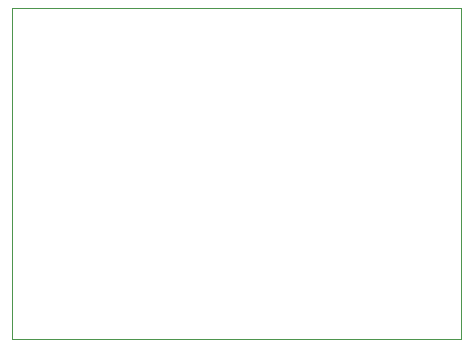
<source format=gbr>
%TF.GenerationSoftware,KiCad,Pcbnew,9.0.5*%
%TF.CreationDate,2025-10-03T12:10:43+01:00*%
%TF.ProjectId,mm_keycap_button,6d6d5f6b-6579-4636-9170-5f627574746f,0.4*%
%TF.SameCoordinates,PX8d24d00PY36d6160*%
%TF.FileFunction,Other,User*%
%FSLAX45Y45*%
G04 Gerber Fmt 4.5, Leading zero omitted, Abs format (unit mm)*
G04 Created by KiCad (PCBNEW 9.0.5) date 2025-10-03 12:10:43*
%MOMM*%
%LPD*%
G01*
G04 APERTURE LIST*
%ADD10C,0.100000*%
%ADD11C,0.009990*%
%ADD12C,0.010740*%
%ADD13C,0.020680*%
%ADD14C,0.030950*%
%ADD15C,0.040680*%
%ADD16C,0.050650*%
%ADD17C,0.060840*%
%ADD18C,0.070650*%
%ADD19C,0.010710*%
%ADD20C,0.020780*%
%ADD21C,0.030680*%
G04 APERTURE END LIST*
D10*
X-1900000Y1400000D02*
X1900000Y1400000D01*
X1900000Y-1400000D01*
X-1900000Y-1400000D01*
X-1900000Y1400000D01*
D11*
%TO.C,GS1*%
X-1900000Y1000000D02*
X-1900000Y1000000D01*
D12*
X-1900000Y1000000D02*
X-1900000Y1000000D01*
D13*
X-1900000Y1000000D02*
X-1900000Y1000000D01*
D14*
X-1900000Y1000000D02*
X-1900000Y1000000D01*
D15*
X-1900000Y1000000D02*
X-1900000Y1000000D01*
D16*
X-1900000Y1000000D02*
X-1900000Y1000000D01*
D17*
X-1900000Y1000000D02*
X-1900000Y1000000D01*
D18*
X-1900000Y1000000D02*
X-1900000Y1000000D01*
D11*
%TO.C,GS2*%
X1900000Y-1000000D02*
X1900000Y-1000000D01*
D19*
X1900000Y-1000000D02*
X1900000Y-1000000D01*
D20*
X1900000Y-1000000D02*
X1900000Y-1000000D01*
D21*
X1900000Y-1000000D02*
X1900000Y-1000000D01*
D11*
%TO.C,GS3*%
X-1500000Y-1400000D02*
X-1500000Y-1400000D01*
D12*
X-1500000Y-1400000D02*
X-1500000Y-1400000D01*
D13*
X-1500000Y-1400000D02*
X-1500000Y-1400000D01*
D14*
X-1500000Y-1400000D02*
X-1500000Y-1400000D01*
D15*
X-1500000Y-1400000D02*
X-1500000Y-1400000D01*
D16*
X-1500000Y-1400000D02*
X-1500000Y-1400000D01*
D17*
X-1500000Y-1400000D02*
X-1500000Y-1400000D01*
D18*
X-1500000Y-1400000D02*
X-1500000Y-1400000D01*
%TD*%
M02*

</source>
